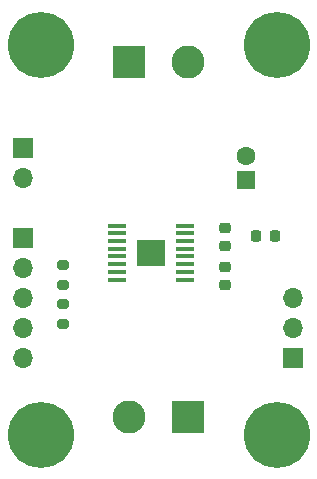
<source format=gbr>
%TF.GenerationSoftware,KiCad,Pcbnew,(7.0.0)*%
%TF.CreationDate,2023-03-21T16:51:35-07:00*%
%TF.ProjectId,DRV8874-breakout-board,44525638-3837-4342-9d62-7265616b6f75,rev?*%
%TF.SameCoordinates,Original*%
%TF.FileFunction,Soldermask,Top*%
%TF.FilePolarity,Negative*%
%FSLAX46Y46*%
G04 Gerber Fmt 4.6, Leading zero omitted, Abs format (unit mm)*
G04 Created by KiCad (PCBNEW (7.0.0)) date 2023-03-21 16:51:35*
%MOMM*%
%LPD*%
G01*
G04 APERTURE LIST*
G04 Aperture macros list*
%AMRoundRect*
0 Rectangle with rounded corners*
0 $1 Rounding radius*
0 $2 $3 $4 $5 $6 $7 $8 $9 X,Y pos of 4 corners*
0 Add a 4 corners polygon primitive as box body*
4,1,4,$2,$3,$4,$5,$6,$7,$8,$9,$2,$3,0*
0 Add four circle primitives for the rounded corners*
1,1,$1+$1,$2,$3*
1,1,$1+$1,$4,$5*
1,1,$1+$1,$6,$7*
1,1,$1+$1,$8,$9*
0 Add four rect primitives between the rounded corners*
20,1,$1+$1,$2,$3,$4,$5,0*
20,1,$1+$1,$4,$5,$6,$7,0*
20,1,$1+$1,$6,$7,$8,$9,0*
20,1,$1+$1,$8,$9,$2,$3,0*%
G04 Aperture macros list end*
%ADD10R,1.700000X1.700000*%
%ADD11O,1.700000X1.700000*%
%ADD12R,2.460000X2.310000*%
%ADD13RoundRect,0.100000X-0.687500X-0.100000X0.687500X-0.100000X0.687500X0.100000X-0.687500X0.100000X0*%
%ADD14RoundRect,0.225000X0.250000X-0.225000X0.250000X0.225000X-0.250000X0.225000X-0.250000X-0.225000X0*%
%ADD15C,5.600000*%
%ADD16R,2.800000X2.800000*%
%ADD17C,2.800000*%
%ADD18R,1.600000X1.600000*%
%ADD19C,1.600000*%
%ADD20RoundRect,0.200000X0.275000X-0.200000X0.275000X0.200000X-0.275000X0.200000X-0.275000X-0.200000X0*%
%ADD21RoundRect,0.225000X0.225000X0.250000X-0.225000X0.250000X-0.225000X-0.250000X0.225000X-0.250000X0*%
%ADD22RoundRect,0.200000X-0.275000X0.200000X-0.275000X-0.200000X0.275000X-0.200000X0.275000X0.200000X0*%
G04 APERTURE END LIST*
D10*
%TO.C,J105*%
X141959999Y-105679999D03*
D11*
X141959999Y-103139999D03*
X141959999Y-100599999D03*
%TD*%
D12*
%TO.C,U101*%
X129949999Y-96799999D03*
D13*
X127087500Y-94525000D03*
X127087500Y-95175000D03*
X127087500Y-95825000D03*
X127087500Y-96475000D03*
X127087500Y-97125000D03*
X127087500Y-97775000D03*
X127087500Y-98425000D03*
X127087500Y-99075000D03*
X132812500Y-99075000D03*
X132812500Y-98425000D03*
X132812500Y-97775000D03*
X132812500Y-97125000D03*
X132812500Y-96475000D03*
X132812500Y-95825000D03*
X132812500Y-95175000D03*
X132812500Y-94525000D03*
%TD*%
D10*
%TO.C,J104*%
X119099999Y-95519999D03*
D11*
X119099999Y-98059999D03*
X119099999Y-100599999D03*
X119099999Y-103139999D03*
X119099999Y-105679999D03*
%TD*%
D14*
%TO.C,C101*%
X136200000Y-96275000D03*
X136200000Y-94725000D03*
%TD*%
D15*
%TO.C,H104*%
X140600000Y-112200000D03*
%TD*%
D16*
%TO.C,J103*%
X128099999Y-80699999D03*
D17*
X133100000Y-80700000D03*
%TD*%
D18*
%TO.C,C104*%
X137999999Y-90655112D03*
D19*
X138000000Y-88655113D03*
%TD*%
D14*
%TO.C,C102*%
X136200000Y-99575000D03*
X136200000Y-98025000D03*
%TD*%
D15*
%TO.C,H103*%
X120600000Y-112200000D03*
%TD*%
D20*
%TO.C,R101*%
X122500000Y-99525000D03*
X122500000Y-97875000D03*
%TD*%
D21*
%TO.C,C103*%
X140425000Y-95400000D03*
X138875000Y-95400000D03*
%TD*%
D10*
%TO.C,J102*%
X119099999Y-87899999D03*
D11*
X119099999Y-90439999D03*
%TD*%
D22*
%TO.C,R102*%
X122500000Y-101175000D03*
X122500000Y-102825000D03*
%TD*%
D15*
%TO.C,H102*%
X140600000Y-79200000D03*
%TD*%
D16*
%TO.C,J101*%
X133099999Y-110699999D03*
D17*
X128100000Y-110700000D03*
%TD*%
D15*
%TO.C,H101*%
X120600000Y-79200000D03*
%TD*%
M02*

</source>
